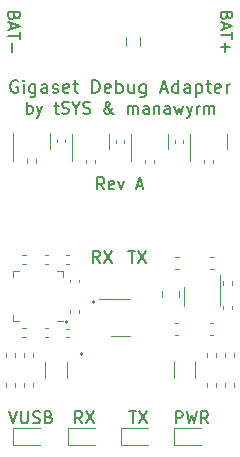
<source format=gbr>
%TF.GenerationSoftware,KiCad,Pcbnew,(6.0.4-0)*%
%TF.CreationDate,2022-12-11T03:25:18+01:00*%
%TF.ProjectId,Gigaset-Debug-Adapter,47696761-7365-4742-9d44-656275672d41,rev?*%
%TF.SameCoordinates,Original*%
%TF.FileFunction,Legend,Top*%
%TF.FilePolarity,Positive*%
%FSLAX46Y46*%
G04 Gerber Fmt 4.6, Leading zero omitted, Abs format (unit mm)*
G04 Created by KiCad (PCBNEW (6.0.4-0)) date 2022-12-11 03:25:18*
%MOMM*%
%LPD*%
G01*
G04 APERTURE LIST*
%ADD10C,0.175000*%
%ADD11C,0.150000*%
%ADD12C,0.200000*%
%ADD13C,0.120000*%
G04 APERTURE END LIST*
D10*
X77887500Y-74100000D02*
G75*
G03*
X77887500Y-74100000I-87500J0D01*
G01*
X76587500Y-71400000D02*
G75*
G03*
X76587500Y-71400000I-87500J0D01*
G01*
X78887500Y-69700000D02*
G75*
G03*
X78887500Y-69700000I-87500J0D01*
G01*
D11*
X81738095Y-65352380D02*
X82309523Y-65352380D01*
X82023809Y-66352380D02*
X82023809Y-65352380D01*
X82547619Y-65352380D02*
X83214285Y-66352380D01*
X83214285Y-65352380D02*
X82547619Y-66352380D01*
X79333333Y-66352380D02*
X79000000Y-65876190D01*
X78761904Y-66352380D02*
X78761904Y-65352380D01*
X79142857Y-65352380D01*
X79238095Y-65400000D01*
X79285714Y-65447619D01*
X79333333Y-65542857D01*
X79333333Y-65685714D01*
X79285714Y-65780952D01*
X79238095Y-65828571D01*
X79142857Y-65876190D01*
X78761904Y-65876190D01*
X79666666Y-65352380D02*
X80333333Y-66352380D01*
X80333333Y-65352380D02*
X79666666Y-66352380D01*
X79690476Y-60152380D02*
X79357142Y-59676190D01*
X79119047Y-60152380D02*
X79119047Y-59152380D01*
X79500000Y-59152380D01*
X79595238Y-59200000D01*
X79642857Y-59247619D01*
X79690476Y-59342857D01*
X79690476Y-59485714D01*
X79642857Y-59580952D01*
X79595238Y-59628571D01*
X79500000Y-59676190D01*
X79119047Y-59676190D01*
X80500000Y-60104761D02*
X80404761Y-60152380D01*
X80214285Y-60152380D01*
X80119047Y-60104761D01*
X80071428Y-60009523D01*
X80071428Y-59628571D01*
X80119047Y-59533333D01*
X80214285Y-59485714D01*
X80404761Y-59485714D01*
X80500000Y-59533333D01*
X80547619Y-59628571D01*
X80547619Y-59723809D01*
X80071428Y-59819047D01*
X80880952Y-59485714D02*
X81119047Y-60152380D01*
X81357142Y-59485714D01*
X82452380Y-59866666D02*
X82928571Y-59866666D01*
X82357142Y-60152380D02*
X82690476Y-59152380D01*
X83023809Y-60152380D01*
D12*
X72357142Y-50950000D02*
X72252380Y-50897619D01*
X72095238Y-50897619D01*
X71938095Y-50950000D01*
X71833333Y-51054761D01*
X71780952Y-51159523D01*
X71728571Y-51369047D01*
X71728571Y-51526190D01*
X71780952Y-51735714D01*
X71833333Y-51840476D01*
X71938095Y-51945238D01*
X72095238Y-51997619D01*
X72200000Y-51997619D01*
X72357142Y-51945238D01*
X72409523Y-51892857D01*
X72409523Y-51526190D01*
X72200000Y-51526190D01*
X72880952Y-51997619D02*
X72880952Y-51264285D01*
X72880952Y-50897619D02*
X72828571Y-50950000D01*
X72880952Y-51002380D01*
X72933333Y-50950000D01*
X72880952Y-50897619D01*
X72880952Y-51002380D01*
X73876190Y-51264285D02*
X73876190Y-52154761D01*
X73823809Y-52259523D01*
X73771428Y-52311904D01*
X73666666Y-52364285D01*
X73509523Y-52364285D01*
X73404761Y-52311904D01*
X73876190Y-51945238D02*
X73771428Y-51997619D01*
X73561904Y-51997619D01*
X73457142Y-51945238D01*
X73404761Y-51892857D01*
X73352380Y-51788095D01*
X73352380Y-51473809D01*
X73404761Y-51369047D01*
X73457142Y-51316666D01*
X73561904Y-51264285D01*
X73771428Y-51264285D01*
X73876190Y-51316666D01*
X74871428Y-51997619D02*
X74871428Y-51421428D01*
X74819047Y-51316666D01*
X74714285Y-51264285D01*
X74504761Y-51264285D01*
X74400000Y-51316666D01*
X74871428Y-51945238D02*
X74766666Y-51997619D01*
X74504761Y-51997619D01*
X74400000Y-51945238D01*
X74347619Y-51840476D01*
X74347619Y-51735714D01*
X74400000Y-51630952D01*
X74504761Y-51578571D01*
X74766666Y-51578571D01*
X74871428Y-51526190D01*
X75342857Y-51945238D02*
X75447619Y-51997619D01*
X75657142Y-51997619D01*
X75761904Y-51945238D01*
X75814285Y-51840476D01*
X75814285Y-51788095D01*
X75761904Y-51683333D01*
X75657142Y-51630952D01*
X75500000Y-51630952D01*
X75395238Y-51578571D01*
X75342857Y-51473809D01*
X75342857Y-51421428D01*
X75395238Y-51316666D01*
X75500000Y-51264285D01*
X75657142Y-51264285D01*
X75761904Y-51316666D01*
X76704761Y-51945238D02*
X76600000Y-51997619D01*
X76390476Y-51997619D01*
X76285714Y-51945238D01*
X76233333Y-51840476D01*
X76233333Y-51421428D01*
X76285714Y-51316666D01*
X76390476Y-51264285D01*
X76600000Y-51264285D01*
X76704761Y-51316666D01*
X76757142Y-51421428D01*
X76757142Y-51526190D01*
X76233333Y-51630952D01*
X77071428Y-51264285D02*
X77490476Y-51264285D01*
X77228571Y-50897619D02*
X77228571Y-51840476D01*
X77280952Y-51945238D01*
X77385714Y-51997619D01*
X77490476Y-51997619D01*
X78695238Y-51997619D02*
X78695238Y-50897619D01*
X78957142Y-50897619D01*
X79114285Y-50950000D01*
X79219047Y-51054761D01*
X79271428Y-51159523D01*
X79323809Y-51369047D01*
X79323809Y-51526190D01*
X79271428Y-51735714D01*
X79219047Y-51840476D01*
X79114285Y-51945238D01*
X78957142Y-51997619D01*
X78695238Y-51997619D01*
X80214285Y-51945238D02*
X80109523Y-51997619D01*
X79900000Y-51997619D01*
X79795238Y-51945238D01*
X79742857Y-51840476D01*
X79742857Y-51421428D01*
X79795238Y-51316666D01*
X79900000Y-51264285D01*
X80109523Y-51264285D01*
X80214285Y-51316666D01*
X80266666Y-51421428D01*
X80266666Y-51526190D01*
X79742857Y-51630952D01*
X80738095Y-51997619D02*
X80738095Y-50897619D01*
X80738095Y-51316666D02*
X80842857Y-51264285D01*
X81052380Y-51264285D01*
X81157142Y-51316666D01*
X81209523Y-51369047D01*
X81261904Y-51473809D01*
X81261904Y-51788095D01*
X81209523Y-51892857D01*
X81157142Y-51945238D01*
X81052380Y-51997619D01*
X80842857Y-51997619D01*
X80738095Y-51945238D01*
X82204761Y-51264285D02*
X82204761Y-51997619D01*
X81733333Y-51264285D02*
X81733333Y-51840476D01*
X81785714Y-51945238D01*
X81890476Y-51997619D01*
X82047619Y-51997619D01*
X82152380Y-51945238D01*
X82204761Y-51892857D01*
X83200000Y-51264285D02*
X83200000Y-52154761D01*
X83147619Y-52259523D01*
X83095238Y-52311904D01*
X82990476Y-52364285D01*
X82833333Y-52364285D01*
X82728571Y-52311904D01*
X83200000Y-51945238D02*
X83095238Y-51997619D01*
X82885714Y-51997619D01*
X82780952Y-51945238D01*
X82728571Y-51892857D01*
X82676190Y-51788095D01*
X82676190Y-51473809D01*
X82728571Y-51369047D01*
X82780952Y-51316666D01*
X82885714Y-51264285D01*
X83095238Y-51264285D01*
X83200000Y-51316666D01*
X84509523Y-51683333D02*
X85033333Y-51683333D01*
X84404761Y-51997619D02*
X84771428Y-50897619D01*
X85138095Y-51997619D01*
X85976190Y-51997619D02*
X85976190Y-50897619D01*
X85976190Y-51945238D02*
X85871428Y-51997619D01*
X85661904Y-51997619D01*
X85557142Y-51945238D01*
X85504761Y-51892857D01*
X85452380Y-51788095D01*
X85452380Y-51473809D01*
X85504761Y-51369047D01*
X85557142Y-51316666D01*
X85661904Y-51264285D01*
X85871428Y-51264285D01*
X85976190Y-51316666D01*
X86971428Y-51997619D02*
X86971428Y-51421428D01*
X86919047Y-51316666D01*
X86814285Y-51264285D01*
X86604761Y-51264285D01*
X86500000Y-51316666D01*
X86971428Y-51945238D02*
X86866666Y-51997619D01*
X86604761Y-51997619D01*
X86500000Y-51945238D01*
X86447619Y-51840476D01*
X86447619Y-51735714D01*
X86500000Y-51630952D01*
X86604761Y-51578571D01*
X86866666Y-51578571D01*
X86971428Y-51526190D01*
X87495238Y-51264285D02*
X87495238Y-52364285D01*
X87495238Y-51316666D02*
X87600000Y-51264285D01*
X87809523Y-51264285D01*
X87914285Y-51316666D01*
X87966666Y-51369047D01*
X88019047Y-51473809D01*
X88019047Y-51788095D01*
X87966666Y-51892857D01*
X87914285Y-51945238D01*
X87809523Y-51997619D01*
X87600000Y-51997619D01*
X87495238Y-51945238D01*
X88333333Y-51264285D02*
X88752380Y-51264285D01*
X88490476Y-50897619D02*
X88490476Y-51840476D01*
X88542857Y-51945238D01*
X88647619Y-51997619D01*
X88752380Y-51997619D01*
X89538095Y-51945238D02*
X89433333Y-51997619D01*
X89223809Y-51997619D01*
X89119047Y-51945238D01*
X89066666Y-51840476D01*
X89066666Y-51421428D01*
X89119047Y-51316666D01*
X89223809Y-51264285D01*
X89433333Y-51264285D01*
X89538095Y-51316666D01*
X89590476Y-51421428D01*
X89590476Y-51526190D01*
X89066666Y-51630952D01*
X90061904Y-51997619D02*
X90061904Y-51264285D01*
X90061904Y-51473809D02*
X90114285Y-51369047D01*
X90166666Y-51316666D01*
X90271428Y-51264285D01*
X90376190Y-51264285D01*
D11*
X73171428Y-53752380D02*
X73171428Y-52752380D01*
X73171428Y-53133333D02*
X73266666Y-53085714D01*
X73457142Y-53085714D01*
X73552380Y-53133333D01*
X73600000Y-53180952D01*
X73647619Y-53276190D01*
X73647619Y-53561904D01*
X73600000Y-53657142D01*
X73552380Y-53704761D01*
X73457142Y-53752380D01*
X73266666Y-53752380D01*
X73171428Y-53704761D01*
X73980952Y-53085714D02*
X74219047Y-53752380D01*
X74457142Y-53085714D02*
X74219047Y-53752380D01*
X74123809Y-53990476D01*
X74076190Y-54038095D01*
X73980952Y-54085714D01*
X75457142Y-53085714D02*
X75838095Y-53085714D01*
X75600000Y-52752380D02*
X75600000Y-53609523D01*
X75647619Y-53704761D01*
X75742857Y-53752380D01*
X75838095Y-53752380D01*
X76123809Y-53704761D02*
X76266666Y-53752380D01*
X76504761Y-53752380D01*
X76600000Y-53704761D01*
X76647619Y-53657142D01*
X76695238Y-53561904D01*
X76695238Y-53466666D01*
X76647619Y-53371428D01*
X76600000Y-53323809D01*
X76504761Y-53276190D01*
X76314285Y-53228571D01*
X76219047Y-53180952D01*
X76171428Y-53133333D01*
X76123809Y-53038095D01*
X76123809Y-52942857D01*
X76171428Y-52847619D01*
X76219047Y-52800000D01*
X76314285Y-52752380D01*
X76552380Y-52752380D01*
X76695238Y-52800000D01*
X77314285Y-53276190D02*
X77314285Y-53752380D01*
X76980952Y-52752380D02*
X77314285Y-53276190D01*
X77647619Y-52752380D01*
X77933333Y-53704761D02*
X78076190Y-53752380D01*
X78314285Y-53752380D01*
X78409523Y-53704761D01*
X78457142Y-53657142D01*
X78504761Y-53561904D01*
X78504761Y-53466666D01*
X78457142Y-53371428D01*
X78409523Y-53323809D01*
X78314285Y-53276190D01*
X78123809Y-53228571D01*
X78028571Y-53180952D01*
X77980952Y-53133333D01*
X77933333Y-53038095D01*
X77933333Y-52942857D01*
X77980952Y-52847619D01*
X78028571Y-52800000D01*
X78123809Y-52752380D01*
X78361904Y-52752380D01*
X78504761Y-52800000D01*
X80504761Y-53752380D02*
X80457142Y-53752380D01*
X80361904Y-53704761D01*
X80219047Y-53561904D01*
X79980952Y-53276190D01*
X79885714Y-53133333D01*
X79838095Y-52990476D01*
X79838095Y-52895238D01*
X79885714Y-52800000D01*
X79980952Y-52752380D01*
X80028571Y-52752380D01*
X80123809Y-52800000D01*
X80171428Y-52895238D01*
X80171428Y-52942857D01*
X80123809Y-53038095D01*
X80076190Y-53085714D01*
X79790476Y-53276190D01*
X79742857Y-53323809D01*
X79695238Y-53419047D01*
X79695238Y-53561904D01*
X79742857Y-53657142D01*
X79790476Y-53704761D01*
X79885714Y-53752380D01*
X80028571Y-53752380D01*
X80123809Y-53704761D01*
X80171428Y-53657142D01*
X80314285Y-53466666D01*
X80361904Y-53323809D01*
X80361904Y-53228571D01*
X81695238Y-53752380D02*
X81695238Y-53085714D01*
X81695238Y-53180952D02*
X81742857Y-53133333D01*
X81838095Y-53085714D01*
X81980952Y-53085714D01*
X82076190Y-53133333D01*
X82123809Y-53228571D01*
X82123809Y-53752380D01*
X82123809Y-53228571D02*
X82171428Y-53133333D01*
X82266666Y-53085714D01*
X82409523Y-53085714D01*
X82504761Y-53133333D01*
X82552380Y-53228571D01*
X82552380Y-53752380D01*
X83457142Y-53752380D02*
X83457142Y-53228571D01*
X83409523Y-53133333D01*
X83314285Y-53085714D01*
X83123809Y-53085714D01*
X83028571Y-53133333D01*
X83457142Y-53704761D02*
X83361904Y-53752380D01*
X83123809Y-53752380D01*
X83028571Y-53704761D01*
X82980952Y-53609523D01*
X82980952Y-53514285D01*
X83028571Y-53419047D01*
X83123809Y-53371428D01*
X83361904Y-53371428D01*
X83457142Y-53323809D01*
X83933333Y-53085714D02*
X83933333Y-53752380D01*
X83933333Y-53180952D02*
X83980952Y-53133333D01*
X84076190Y-53085714D01*
X84219047Y-53085714D01*
X84314285Y-53133333D01*
X84361904Y-53228571D01*
X84361904Y-53752380D01*
X85266666Y-53752380D02*
X85266666Y-53228571D01*
X85219047Y-53133333D01*
X85123809Y-53085714D01*
X84933333Y-53085714D01*
X84838095Y-53133333D01*
X85266666Y-53704761D02*
X85171428Y-53752380D01*
X84933333Y-53752380D01*
X84838095Y-53704761D01*
X84790476Y-53609523D01*
X84790476Y-53514285D01*
X84838095Y-53419047D01*
X84933333Y-53371428D01*
X85171428Y-53371428D01*
X85266666Y-53323809D01*
X85647619Y-53085714D02*
X85838095Y-53752380D01*
X86028571Y-53276190D01*
X86219047Y-53752380D01*
X86409523Y-53085714D01*
X86695238Y-53085714D02*
X86933333Y-53752380D01*
X87171428Y-53085714D02*
X86933333Y-53752380D01*
X86838095Y-53990476D01*
X86790476Y-54038095D01*
X86695238Y-54085714D01*
X87552380Y-53752380D02*
X87552380Y-53085714D01*
X87552380Y-53276190D02*
X87600000Y-53180952D01*
X87647619Y-53133333D01*
X87742857Y-53085714D01*
X87838095Y-53085714D01*
X88171428Y-53752380D02*
X88171428Y-53085714D01*
X88171428Y-53180952D02*
X88219047Y-53133333D01*
X88314285Y-53085714D01*
X88457142Y-53085714D01*
X88552380Y-53133333D01*
X88600000Y-53228571D01*
X88600000Y-53752380D01*
X88600000Y-53228571D02*
X88647619Y-53133333D01*
X88742857Y-53085714D01*
X88885714Y-53085714D01*
X88980952Y-53133333D01*
X89028571Y-53228571D01*
X89028571Y-53752380D01*
X77833333Y-79952380D02*
X77500000Y-79476190D01*
X77261904Y-79952380D02*
X77261904Y-78952380D01*
X77642857Y-78952380D01*
X77738095Y-79000000D01*
X77785714Y-79047619D01*
X77833333Y-79142857D01*
X77833333Y-79285714D01*
X77785714Y-79380952D01*
X77738095Y-79428571D01*
X77642857Y-79476190D01*
X77261904Y-79476190D01*
X78166666Y-78952380D02*
X78833333Y-79952380D01*
X78833333Y-78952380D02*
X78166666Y-79952380D01*
X81838095Y-78952380D02*
X82409523Y-78952380D01*
X82123809Y-79952380D02*
X82123809Y-78952380D01*
X82647619Y-78952380D02*
X83314285Y-79952380D01*
X83314285Y-78952380D02*
X82647619Y-79952380D01*
X85766666Y-79952380D02*
X85766666Y-78952380D01*
X86147619Y-78952380D01*
X86242857Y-79000000D01*
X86290476Y-79047619D01*
X86338095Y-79142857D01*
X86338095Y-79285714D01*
X86290476Y-79380952D01*
X86242857Y-79428571D01*
X86147619Y-79476190D01*
X85766666Y-79476190D01*
X86671428Y-78952380D02*
X86909523Y-79952380D01*
X87100000Y-79238095D01*
X87290476Y-79952380D01*
X87528571Y-78952380D01*
X88480952Y-79952380D02*
X88147619Y-79476190D01*
X87909523Y-79952380D02*
X87909523Y-78952380D01*
X88290476Y-78952380D01*
X88385714Y-79000000D01*
X88433333Y-79047619D01*
X88480952Y-79142857D01*
X88480952Y-79285714D01*
X88433333Y-79380952D01*
X88385714Y-79428571D01*
X88290476Y-79476190D01*
X87909523Y-79476190D01*
X71666666Y-78952380D02*
X72000000Y-79952380D01*
X72333333Y-78952380D01*
X72666666Y-78952380D02*
X72666666Y-79761904D01*
X72714285Y-79857142D01*
X72761904Y-79904761D01*
X72857142Y-79952380D01*
X73047619Y-79952380D01*
X73142857Y-79904761D01*
X73190476Y-79857142D01*
X73238095Y-79761904D01*
X73238095Y-78952380D01*
X73666666Y-79904761D02*
X73809523Y-79952380D01*
X74047619Y-79952380D01*
X74142857Y-79904761D01*
X74190476Y-79857142D01*
X74238095Y-79761904D01*
X74238095Y-79666666D01*
X74190476Y-79571428D01*
X74142857Y-79523809D01*
X74047619Y-79476190D01*
X73857142Y-79428571D01*
X73761904Y-79380952D01*
X73714285Y-79333333D01*
X73666666Y-79238095D01*
X73666666Y-79142857D01*
X73714285Y-79047619D01*
X73761904Y-79000000D01*
X73857142Y-78952380D01*
X74095238Y-78952380D01*
X74238095Y-79000000D01*
X75000000Y-79428571D02*
X75142857Y-79476190D01*
X75190476Y-79523809D01*
X75238095Y-79619047D01*
X75238095Y-79761904D01*
X75190476Y-79857142D01*
X75142857Y-79904761D01*
X75047619Y-79952380D01*
X74666666Y-79952380D01*
X74666666Y-78952380D01*
X75000000Y-78952380D01*
X75095238Y-79000000D01*
X75142857Y-79047619D01*
X75190476Y-79142857D01*
X75190476Y-79238095D01*
X75142857Y-79333333D01*
X75095238Y-79380952D01*
X75000000Y-79428571D01*
X74666666Y-79428571D01*
%TO.C,TP3*%
X90071428Y-45452857D02*
X90023809Y-45595714D01*
X89976190Y-45643333D01*
X89880952Y-45690952D01*
X89738095Y-45690952D01*
X89642857Y-45643333D01*
X89595238Y-45595714D01*
X89547619Y-45500476D01*
X89547619Y-45119523D01*
X90547619Y-45119523D01*
X90547619Y-45452857D01*
X90500000Y-45548095D01*
X90452380Y-45595714D01*
X90357142Y-45643333D01*
X90261904Y-45643333D01*
X90166666Y-45595714D01*
X90119047Y-45548095D01*
X90071428Y-45452857D01*
X90071428Y-45119523D01*
X89833333Y-46071904D02*
X89833333Y-46548095D01*
X89547619Y-45976666D02*
X90547619Y-46310000D01*
X89547619Y-46643333D01*
X90547619Y-46833809D02*
X90547619Y-47405238D01*
X89547619Y-47119523D02*
X90547619Y-47119523D01*
X89928571Y-47738571D02*
X89928571Y-48500476D01*
X89547619Y-48119523D02*
X90309523Y-48119523D01*
%TO.C,TP4*%
X72071428Y-45467857D02*
X72023809Y-45610714D01*
X71976190Y-45658333D01*
X71880952Y-45705952D01*
X71738095Y-45705952D01*
X71642857Y-45658333D01*
X71595238Y-45610714D01*
X71547619Y-45515476D01*
X71547619Y-45134523D01*
X72547619Y-45134523D01*
X72547619Y-45467857D01*
X72500000Y-45563095D01*
X72452380Y-45610714D01*
X72357142Y-45658333D01*
X72261904Y-45658333D01*
X72166666Y-45610714D01*
X72119047Y-45563095D01*
X72071428Y-45467857D01*
X72071428Y-45134523D01*
X71833333Y-46086904D02*
X71833333Y-46563095D01*
X71547619Y-45991666D02*
X72547619Y-46325000D01*
X71547619Y-46658333D01*
X72547619Y-46848809D02*
X72547619Y-47420238D01*
X71547619Y-47134523D02*
X72547619Y-47134523D01*
X71928571Y-47753571D02*
X71928571Y-48515476D01*
D13*
%TO.C,U1*%
X72465000Y-71310000D02*
X71990000Y-71310000D01*
X75735000Y-67090000D02*
X76210000Y-67090000D01*
X76210000Y-67090000D02*
X76210000Y-67565000D01*
X71990000Y-71310000D02*
X71990000Y-70835000D01*
X72465000Y-67090000D02*
X71990000Y-67090000D01*
X71990000Y-67090000D02*
X71990000Y-67565000D01*
X75735000Y-71310000D02*
X76210000Y-71310000D01*
%TO.C,U3*%
X86420000Y-69210000D02*
X86420000Y-70010000D01*
X89540000Y-69210000D02*
X89540000Y-67410000D01*
X86420000Y-69210000D02*
X86420000Y-68410000D01*
X89540000Y-69210000D02*
X89540000Y-70010000D01*
%TO.C,C7*%
X85699420Y-71480000D02*
X85980580Y-71480000D01*
X85699420Y-72500000D02*
X85980580Y-72500000D01*
%TO.C,R4*%
X89180000Y-74353641D02*
X89180000Y-74046359D01*
X88420000Y-74353641D02*
X88420000Y-74046359D01*
%TO.C,C2*%
X76840000Y-70392164D02*
X76840000Y-70607836D01*
X77560000Y-70392164D02*
X77560000Y-70607836D01*
%TO.C,R2*%
X72920000Y-74046359D02*
X72920000Y-74353641D01*
X73680000Y-74046359D02*
X73680000Y-74353641D01*
%TO.C,FB1*%
X82700000Y-47260378D02*
X82700000Y-48059622D01*
X81580000Y-47260378D02*
X81580000Y-48059622D01*
%TO.C,C9*%
X85690000Y-56207836D02*
X85690000Y-55992164D01*
X86410000Y-56207836D02*
X86410000Y-55992164D01*
%TO.C,C6*%
X76492164Y-66460000D02*
X76707836Y-66460000D01*
X76492164Y-65740000D02*
X76707836Y-65740000D01*
%TO.C,C8*%
X88930580Y-71490000D02*
X88649420Y-71490000D01*
X88930580Y-72510000D02*
X88649420Y-72510000D01*
%TO.C,D1*%
X72015000Y-80365000D02*
X72015000Y-81835000D01*
X72015000Y-81835000D02*
X74300000Y-81835000D01*
X74300000Y-80365000D02*
X72015000Y-80365000D01*
%TO.C,R3*%
X72180000Y-74353641D02*
X72180000Y-74046359D01*
X71420000Y-74353641D02*
X71420000Y-74046359D01*
%TO.C,C4*%
X77560000Y-67792164D02*
X77560000Y-68007836D01*
X76840000Y-67792164D02*
X76840000Y-68007836D01*
%TO.C,Q3*%
X75110000Y-56062500D02*
X75110000Y-55412500D01*
X71990000Y-56062500D02*
X71990000Y-55412500D01*
X71990000Y-56062500D02*
X71990000Y-57737500D01*
X75110000Y-56062500D02*
X75110000Y-56712500D01*
%TO.C,R12*%
X72920000Y-76853641D02*
X72920000Y-76546359D01*
X73680000Y-76853641D02*
X73680000Y-76546359D01*
%TO.C,U4*%
X76990000Y-56100000D02*
X76990000Y-57775000D01*
X80110000Y-56100000D02*
X80110000Y-56750000D01*
X80110000Y-56100000D02*
X80110000Y-55450000D01*
X76990000Y-56100000D02*
X76990000Y-55450000D01*
%TO.C,R8*%
X74646359Y-72680000D02*
X74953641Y-72680000D01*
X74646359Y-71920000D02*
X74953641Y-71920000D01*
%TO.C,R7*%
X71420000Y-76853641D02*
X71420000Y-76546359D01*
X72180000Y-76853641D02*
X72180000Y-76546359D01*
%TO.C,C13*%
X80690000Y-55992164D02*
X80690000Y-56207836D01*
X81410000Y-55992164D02*
X81410000Y-56207836D01*
%TO.C,D3*%
X78900000Y-80365000D02*
X76615000Y-80365000D01*
X76615000Y-80365000D02*
X76615000Y-81835000D01*
X76615000Y-81835000D02*
X78900000Y-81835000D01*
%TO.C,D2*%
X81115000Y-80365000D02*
X81115000Y-81835000D01*
X83400000Y-80365000D02*
X81115000Y-80365000D01*
X81115000Y-81835000D02*
X83400000Y-81835000D01*
%TO.C,U2*%
X81042000Y-72560000D02*
X81842000Y-72560000D01*
X81042000Y-72560000D02*
X80242000Y-72560000D01*
X81042000Y-69440000D02*
X81842000Y-69440000D01*
X81042000Y-69440000D02*
X79242000Y-69440000D01*
%TO.C,C5*%
X76707836Y-72660000D02*
X76492164Y-72660000D01*
X76707836Y-71940000D02*
X76492164Y-71940000D01*
%TO.C,R1*%
X85590000Y-76156724D02*
X85590000Y-74702596D01*
X87410000Y-76156724D02*
X87410000Y-74702596D01*
%TO.C,C10*%
X85990580Y-66940000D02*
X85709420Y-66940000D01*
X85990580Y-65920000D02*
X85709420Y-65920000D01*
%TO.C,R14*%
X73053641Y-71920000D02*
X72746359Y-71920000D01*
X73053641Y-72680000D02*
X72746359Y-72680000D01*
%TO.C,R10*%
X83170000Y-57646359D02*
X83170000Y-57953641D01*
X83930000Y-57646359D02*
X83930000Y-57953641D01*
%TO.C,R6*%
X73053641Y-66480000D02*
X72746359Y-66480000D01*
X73053641Y-65720000D02*
X72746359Y-65720000D01*
%TO.C,R17*%
X89770000Y-67936360D02*
X89770000Y-68243642D01*
X90530000Y-67936360D02*
X90530000Y-68243642D01*
%TO.C,Q2*%
X90110000Y-56100000D02*
X90110000Y-55450000D01*
X86990000Y-56100000D02*
X86990000Y-55450000D01*
X86990000Y-56100000D02*
X86990000Y-57775000D01*
X90110000Y-56100000D02*
X90110000Y-56750000D01*
%TO.C,R15*%
X89920000Y-76853641D02*
X89920000Y-76546359D01*
X90680000Y-76853641D02*
X90680000Y-76546359D01*
%TO.C,C3*%
X74907836Y-66460000D02*
X74692164Y-66460000D01*
X74907836Y-65740000D02*
X74692164Y-65740000D01*
%TO.C,L1*%
X86030000Y-69261252D02*
X86030000Y-68738748D01*
X84610000Y-69261252D02*
X84610000Y-68738748D01*
%TO.C,R13*%
X88170000Y-57646359D02*
X88170000Y-57953641D01*
X88930000Y-57646359D02*
X88930000Y-57953641D01*
%TO.C,R5*%
X89920000Y-74046359D02*
X89920000Y-74353641D01*
X90680000Y-74046359D02*
X90680000Y-74353641D01*
%TO.C,R16*%
X73930000Y-57596359D02*
X73930000Y-57903641D01*
X73170000Y-57596359D02*
X73170000Y-57903641D01*
%TO.C,C11*%
X75690000Y-56157836D02*
X75690000Y-55942164D01*
X76410000Y-56157836D02*
X76410000Y-55942164D01*
%TO.C,R9*%
X78170000Y-57646359D02*
X78170000Y-57953641D01*
X78930000Y-57646359D02*
X78930000Y-57953641D01*
%TO.C,C1*%
X74690000Y-76160912D02*
X74690000Y-74738408D01*
X76510000Y-76160912D02*
X76510000Y-74738408D01*
%TO.C,R18*%
X90530000Y-70301699D02*
X90530000Y-69994417D01*
X89770000Y-70301699D02*
X89770000Y-69994417D01*
%TO.C,Q1*%
X81990000Y-56100000D02*
X81990000Y-57775000D01*
X85110000Y-56100000D02*
X85110000Y-56750000D01*
X85110000Y-56100000D02*
X85110000Y-55450000D01*
X81990000Y-56100000D02*
X81990000Y-55450000D01*
%TO.C,D4*%
X85615000Y-81835000D02*
X87900000Y-81835000D01*
X85615000Y-80365000D02*
X85615000Y-81835000D01*
X87900000Y-80365000D02*
X85615000Y-80365000D01*
%TO.C,R11*%
X88420000Y-76853641D02*
X88420000Y-76546359D01*
X89180000Y-76853641D02*
X89180000Y-76546359D01*
%TO.C,C12*%
X88679420Y-66940000D02*
X88960580Y-66940000D01*
X88679420Y-65920000D02*
X88960580Y-65920000D01*
%TD*%
M02*

</source>
